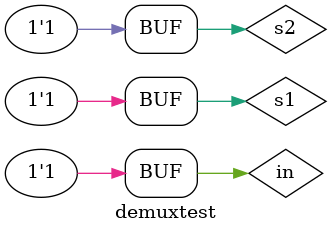
<source format=v>
`include "demux.v"

module demuxtest;
reg in,s1,s2;
wire A,B,C,D;
demux i (A,B,C,D,in,s1,s2);
initial begin
    in=1;s1=0;s2=0;
    #1 in=1;s1=0;s2=1;
    #1 in=1;s1=1;s2=0;
    #1 in=1;s1=1;s2=1;
end
initial begin
    $monitor("%t in=%d S1=%d S2=%d A=%d B=%d C=%d D=%d",$time,in,s1,s2,A,B,C,D);
end
endmodule
</source>
